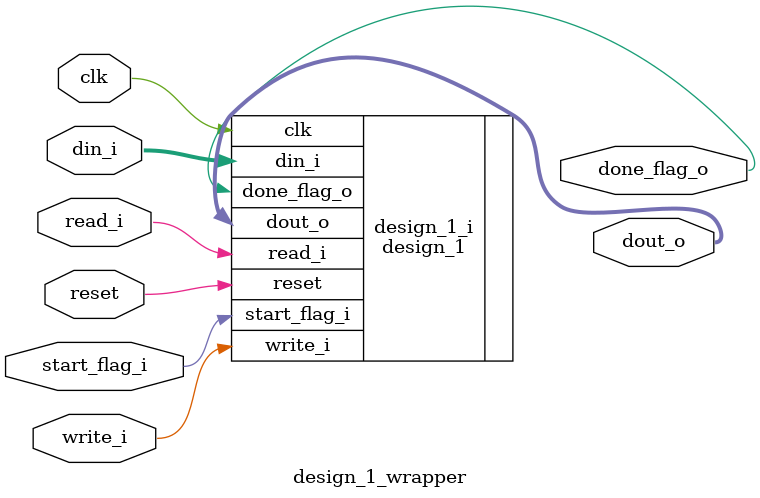
<source format=v>
`timescale 1 ps / 1 ps

module design_1_wrapper
   (clk,
    din_i,
    done_flag_o,
    dout_o,
    read_i,
    reset,
    start_flag_i,
    write_i);
  input clk;
  input [31:0]din_i;
  output done_flag_o;
  output [31:0]dout_o;
  input read_i;
  input reset;
  input start_flag_i;
  input write_i;

  wire clk;
  wire [31:0]din_i;
  wire done_flag_o;
  wire [31:0]dout_o;
  wire read_i;
  wire reset;
  wire start_flag_i;
  wire write_i;

  design_1 design_1_i
       (.clk(clk),
        .din_i(din_i),
        .done_flag_o(done_flag_o),
        .dout_o(dout_o),
        .read_i(read_i),
        .reset(reset),
        .start_flag_i(start_flag_i),
        .write_i(write_i));
endmodule

</source>
